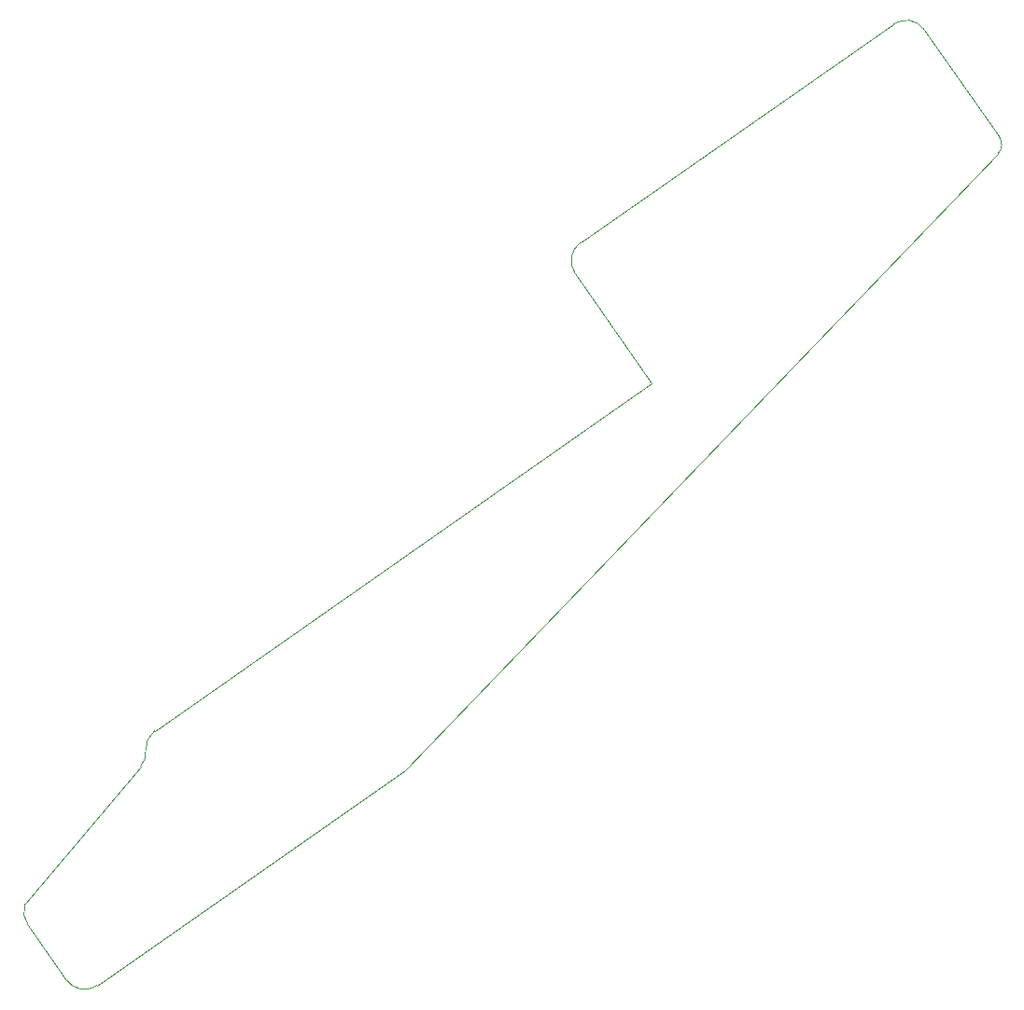
<source format=gbr>
%TF.GenerationSoftware,KiCad,Pcbnew,(7.0.0-0)*%
%TF.CreationDate,2023-04-09T15:47:07-07:00*%
%TF.ProjectId,sofle_click_keyplate_2ndlayer_B,736f666c-655f-4636-9c69-636b5f6b6579,rev?*%
%TF.SameCoordinates,Original*%
%TF.FileFunction,Profile,NP*%
%FSLAX46Y46*%
G04 Gerber Fmt 4.6, Leading zero omitted, Abs format (unit mm)*
G04 Created by KiCad (PCBNEW (7.0.0-0)) date 2023-04-09 15:47:07*
%MOMM*%
%LPD*%
G01*
G04 APERTURE LIST*
%TA.AperFunction,Profile*%
%ADD10C,0.100000*%
%TD*%
G04 APERTURE END LIST*
D10*
X125785751Y-134584205D02*
G75*
G03*
X124989302Y-136332452I1201249J-1602795D01*
G01*
X124528982Y-137792322D02*
G75*
G03*
X124989301Y-136332452I-1532482J1285722D01*
G01*
X170910844Y-102983509D02*
X125785720Y-134584164D01*
X195595977Y-70896902D02*
X202421536Y-80644811D01*
X164426058Y-90244098D02*
G75*
G03*
X163934927Y-93029584I1147142J-1638302D01*
G01*
X202289273Y-82164764D02*
G75*
G03*
X202421535Y-80644811I-871473J841564D01*
G01*
X164426078Y-90244127D02*
X192810520Y-70405751D01*
X114034071Y-150295988D02*
G75*
G03*
X114323112Y-152220266I2004129J-682812D01*
G01*
X202289272Y-82164763D02*
X148476701Y-138145329D01*
X114323112Y-152220266D02*
X117798985Y-157184327D01*
X117799002Y-157184315D02*
G75*
G03*
X120584442Y-157675479I1638298J1147115D01*
G01*
X163934927Y-93029584D02*
X170910844Y-102983509D01*
X195596017Y-70896874D02*
G75*
G03*
X192810520Y-70405751I-1638317J-1147226D01*
G01*
X114034052Y-150295981D02*
X124529002Y-137792339D01*
X120584442Y-157675479D02*
X148476701Y-138145329D01*
M02*

</source>
